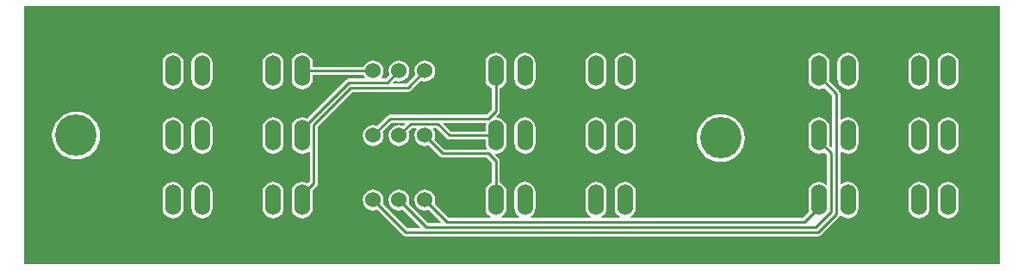
<source format=gtl>
G04 Layer_Physical_Order=1*
G04 Layer_Color=255*
%FSLAX24Y24*%
%MOIN*%
G70*
G01*
G75*
%ADD10C,0.0100*%
%ADD11O,0.0600X0.1200*%
%ADD12C,0.0600*%
%ADD13C,0.1600*%
G36*
X57750Y30000D02*
Y20000D01*
X20000D01*
Y30000D01*
X57750D01*
X57750Y30000D01*
D02*
G37*
%LPC*%
G36*
X29625Y25703D02*
X29521Y25690D01*
X29423Y25649D01*
X29340Y25585D01*
X29276Y25502D01*
X29235Y25404D01*
X29222Y25300D01*
Y24700D01*
X29235Y24596D01*
X29276Y24498D01*
X29340Y24415D01*
X29423Y24351D01*
X29521Y24310D01*
X29625Y24297D01*
X29729Y24310D01*
X29827Y24351D01*
X29910Y24415D01*
X29974Y24498D01*
X30015Y24596D01*
X30028Y24700D01*
Y25300D01*
X30015Y25404D01*
X29974Y25502D01*
X29910Y25585D01*
X29827Y25649D01*
X29729Y25690D01*
X29625Y25703D01*
D02*
G37*
G36*
X26875D02*
X26771Y25690D01*
X26673Y25649D01*
X26590Y25585D01*
X26526Y25502D01*
X26485Y25404D01*
X26472Y25300D01*
Y24700D01*
X26485Y24596D01*
X26526Y24498D01*
X26590Y24415D01*
X26673Y24351D01*
X26771Y24310D01*
X26875Y24297D01*
X26979Y24310D01*
X27077Y24351D01*
X27160Y24415D01*
X27224Y24498D01*
X27265Y24596D01*
X27278Y24700D01*
Y25300D01*
X27265Y25404D01*
X27224Y25502D01*
X27160Y25585D01*
X27077Y25649D01*
X26979Y25690D01*
X26875Y25703D01*
D02*
G37*
G36*
X25750D02*
X25646Y25690D01*
X25548Y25649D01*
X25465Y25585D01*
X25401Y25502D01*
X25360Y25404D01*
X25347Y25300D01*
Y24700D01*
X25360Y24596D01*
X25401Y24498D01*
X25465Y24415D01*
X25548Y24351D01*
X25646Y24310D01*
X25750Y24297D01*
X25854Y24310D01*
X25952Y24351D01*
X26035Y24415D01*
X26099Y24498D01*
X26140Y24596D01*
X26153Y24700D01*
Y25300D01*
X26140Y25404D01*
X26099Y25502D01*
X26035Y25585D01*
X25952Y25649D01*
X25854Y25690D01*
X25750Y25703D01*
D02*
G37*
G36*
X43250D02*
X43146Y25690D01*
X43048Y25649D01*
X42965Y25585D01*
X42901Y25502D01*
X42860Y25404D01*
X42847Y25300D01*
Y24700D01*
X42860Y24596D01*
X42901Y24498D01*
X42965Y24415D01*
X43048Y24351D01*
X43146Y24310D01*
X43250Y24297D01*
X43354Y24310D01*
X43452Y24351D01*
X43535Y24415D01*
X43599Y24498D01*
X43640Y24596D01*
X43653Y24700D01*
Y25300D01*
X43640Y25404D01*
X43599Y25502D01*
X43535Y25585D01*
X43452Y25649D01*
X43354Y25690D01*
X43250Y25703D01*
D02*
G37*
G36*
X42125D02*
X42021Y25690D01*
X41923Y25649D01*
X41840Y25585D01*
X41776Y25502D01*
X41735Y25404D01*
X41722Y25300D01*
Y24700D01*
X41735Y24596D01*
X41776Y24498D01*
X41840Y24415D01*
X41923Y24351D01*
X42021Y24310D01*
X42125Y24297D01*
X42229Y24310D01*
X42327Y24351D01*
X42410Y24415D01*
X42474Y24498D01*
X42515Y24596D01*
X42528Y24700D01*
Y25300D01*
X42515Y25404D01*
X42474Y25502D01*
X42410Y25585D01*
X42327Y25649D01*
X42229Y25690D01*
X42125Y25703D01*
D02*
G37*
G36*
X39375D02*
X39271Y25690D01*
X39173Y25649D01*
X39090Y25585D01*
X39026Y25502D01*
X38985Y25404D01*
X38972Y25300D01*
Y24700D01*
X38985Y24596D01*
X39026Y24498D01*
X39090Y24415D01*
X39173Y24351D01*
X39271Y24310D01*
X39375Y24297D01*
X39479Y24310D01*
X39577Y24351D01*
X39660Y24415D01*
X39724Y24498D01*
X39765Y24596D01*
X39778Y24700D01*
Y25300D01*
X39765Y25404D01*
X39724Y25502D01*
X39660Y25585D01*
X39577Y25649D01*
X39479Y25690D01*
X39375Y25703D01*
D02*
G37*
G36*
X22000Y25929D02*
X21819Y25912D01*
X21644Y25859D01*
X21484Y25773D01*
X21343Y25657D01*
X21227Y25516D01*
X21141Y25356D01*
X21088Y25181D01*
X21071Y25000D01*
X21088Y24819D01*
X21141Y24644D01*
X21227Y24484D01*
X21343Y24343D01*
X21484Y24227D01*
X21644Y24141D01*
X21819Y24088D01*
X22000Y24071D01*
X22181Y24088D01*
X22356Y24141D01*
X22516Y24227D01*
X22657Y24343D01*
X22773Y24484D01*
X22859Y24644D01*
X22912Y24819D01*
X22929Y25000D01*
X22912Y25181D01*
X22859Y25356D01*
X22773Y25516D01*
X22657Y25657D01*
X22516Y25773D01*
X22356Y25859D01*
X22181Y25912D01*
X22000Y25929D01*
D02*
G37*
G36*
X29625Y23203D02*
X29521Y23190D01*
X29423Y23149D01*
X29340Y23085D01*
X29276Y23002D01*
X29235Y22904D01*
X29222Y22800D01*
Y22200D01*
X29235Y22096D01*
X29276Y21998D01*
X29340Y21915D01*
X29423Y21851D01*
X29521Y21810D01*
X29625Y21797D01*
X29729Y21810D01*
X29827Y21851D01*
X29910Y21915D01*
X29974Y21998D01*
X30015Y22096D01*
X30028Y22200D01*
Y22800D01*
X30015Y22904D01*
X29974Y23002D01*
X29910Y23085D01*
X29827Y23149D01*
X29729Y23190D01*
X29625Y23203D01*
D02*
G37*
G36*
X26875D02*
X26771Y23190D01*
X26673Y23149D01*
X26590Y23085D01*
X26526Y23002D01*
X26485Y22904D01*
X26472Y22800D01*
Y22200D01*
X26485Y22096D01*
X26526Y21998D01*
X26590Y21915D01*
X26673Y21851D01*
X26771Y21810D01*
X26875Y21797D01*
X26979Y21810D01*
X27077Y21851D01*
X27160Y21915D01*
X27224Y21998D01*
X27265Y22096D01*
X27278Y22200D01*
Y22800D01*
X27265Y22904D01*
X27224Y23002D01*
X27160Y23085D01*
X27077Y23149D01*
X26979Y23190D01*
X26875Y23203D01*
D02*
G37*
G36*
X25750D02*
X25646Y23190D01*
X25548Y23149D01*
X25465Y23085D01*
X25401Y23002D01*
X25360Y22904D01*
X25347Y22800D01*
Y22200D01*
X25360Y22096D01*
X25401Y21998D01*
X25465Y21915D01*
X25548Y21851D01*
X25646Y21810D01*
X25750Y21797D01*
X25854Y21810D01*
X25952Y21851D01*
X26035Y21915D01*
X26099Y21998D01*
X26140Y22096D01*
X26153Y22200D01*
Y22800D01*
X26140Y22904D01*
X26099Y23002D01*
X26035Y23085D01*
X25952Y23149D01*
X25854Y23190D01*
X25750Y23203D01*
D02*
G37*
G36*
X46950Y25829D02*
X46769Y25812D01*
X46594Y25759D01*
X46434Y25673D01*
X46293Y25557D01*
X46177Y25416D01*
X46091Y25256D01*
X46038Y25081D01*
X46021Y24900D01*
X46038Y24719D01*
X46091Y24544D01*
X46177Y24384D01*
X46293Y24243D01*
X46434Y24127D01*
X46594Y24041D01*
X46769Y23988D01*
X46950Y23971D01*
X47131Y23988D01*
X47306Y24041D01*
X47466Y24127D01*
X47607Y24243D01*
X47723Y24384D01*
X47809Y24544D01*
X47862Y24719D01*
X47879Y24900D01*
X47862Y25081D01*
X47809Y25256D01*
X47723Y25416D01*
X47607Y25557D01*
X47466Y25673D01*
X47306Y25759D01*
X47131Y25812D01*
X46950Y25829D01*
D02*
G37*
G36*
X55750Y23203D02*
X55646Y23190D01*
X55548Y23149D01*
X55465Y23085D01*
X55401Y23002D01*
X55360Y22904D01*
X55347Y22800D01*
Y22200D01*
X55360Y22096D01*
X55401Y21998D01*
X55465Y21915D01*
X55548Y21851D01*
X55646Y21810D01*
X55750Y21797D01*
X55854Y21810D01*
X55952Y21851D01*
X56035Y21915D01*
X56099Y21998D01*
X56140Y22096D01*
X56153Y22200D01*
Y22800D01*
X56140Y22904D01*
X56099Y23002D01*
X56035Y23085D01*
X55952Y23149D01*
X55854Y23190D01*
X55750Y23203D01*
D02*
G37*
G36*
X54625D02*
X54521Y23190D01*
X54423Y23149D01*
X54340Y23085D01*
X54276Y23002D01*
X54235Y22904D01*
X54222Y22800D01*
Y22200D01*
X54235Y22096D01*
X54276Y21998D01*
X54340Y21915D01*
X54423Y21851D01*
X54521Y21810D01*
X54625Y21797D01*
X54729Y21810D01*
X54827Y21851D01*
X54910Y21915D01*
X54974Y21998D01*
X55015Y22096D01*
X55028Y22200D01*
Y22800D01*
X55015Y22904D01*
X54974Y23002D01*
X54910Y23085D01*
X54827Y23149D01*
X54729Y23190D01*
X54625Y23203D01*
D02*
G37*
G36*
Y25703D02*
X54521Y25690D01*
X54423Y25649D01*
X54340Y25585D01*
X54276Y25502D01*
X54235Y25404D01*
X54222Y25300D01*
Y24700D01*
X54235Y24596D01*
X54276Y24498D01*
X54340Y24415D01*
X54423Y24351D01*
X54521Y24310D01*
X54625Y24297D01*
X54729Y24310D01*
X54827Y24351D01*
X54910Y24415D01*
X54974Y24498D01*
X55015Y24596D01*
X55028Y24700D01*
Y25300D01*
X55015Y25404D01*
X54974Y25502D01*
X54910Y25585D01*
X54827Y25649D01*
X54729Y25690D01*
X54625Y25703D01*
D02*
G37*
G36*
X43250Y28203D02*
X43146Y28190D01*
X43048Y28149D01*
X42965Y28085D01*
X42901Y28002D01*
X42860Y27904D01*
X42847Y27800D01*
Y27200D01*
X42860Y27096D01*
X42901Y26998D01*
X42965Y26915D01*
X43048Y26851D01*
X43146Y26810D01*
X43250Y26797D01*
X43354Y26810D01*
X43452Y26851D01*
X43535Y26915D01*
X43599Y26998D01*
X43640Y27096D01*
X43653Y27200D01*
Y27800D01*
X43640Y27904D01*
X43599Y28002D01*
X43535Y28085D01*
X43452Y28149D01*
X43354Y28190D01*
X43250Y28203D01*
D02*
G37*
G36*
X42125D02*
X42021Y28190D01*
X41923Y28149D01*
X41840Y28085D01*
X41776Y28002D01*
X41735Y27904D01*
X41722Y27800D01*
Y27200D01*
X41735Y27096D01*
X41776Y26998D01*
X41840Y26915D01*
X41923Y26851D01*
X42021Y26810D01*
X42125Y26797D01*
X42229Y26810D01*
X42327Y26851D01*
X42410Y26915D01*
X42474Y26998D01*
X42515Y27096D01*
X42528Y27200D01*
Y27800D01*
X42515Y27904D01*
X42474Y28002D01*
X42410Y28085D01*
X42327Y28149D01*
X42229Y28190D01*
X42125Y28203D01*
D02*
G37*
G36*
X39375D02*
X39271Y28190D01*
X39173Y28149D01*
X39090Y28085D01*
X39026Y28002D01*
X38985Y27904D01*
X38972Y27800D01*
Y27200D01*
X38985Y27096D01*
X39026Y26998D01*
X39090Y26915D01*
X39173Y26851D01*
X39271Y26810D01*
X39375Y26797D01*
X39479Y26810D01*
X39577Y26851D01*
X39660Y26915D01*
X39724Y26998D01*
X39765Y27096D01*
X39778Y27200D01*
Y27800D01*
X39765Y27904D01*
X39724Y28002D01*
X39660Y28085D01*
X39577Y28149D01*
X39479Y28190D01*
X39375Y28203D01*
D02*
G37*
G36*
X51875D02*
X51771Y28190D01*
X51673Y28149D01*
X51590Y28085D01*
X51526Y28002D01*
X51485Y27904D01*
X51472Y27800D01*
Y27200D01*
X51485Y27096D01*
X51526Y26998D01*
X51590Y26915D01*
X51673Y26851D01*
X51771Y26810D01*
X51875Y26797D01*
X51979Y26810D01*
X52077Y26851D01*
X52160Y26915D01*
X52224Y26998D01*
X52265Y27096D01*
X52278Y27200D01*
Y27800D01*
X52265Y27904D01*
X52224Y28002D01*
X52160Y28085D01*
X52077Y28149D01*
X51979Y28190D01*
X51875Y28203D01*
D02*
G37*
G36*
X30750D02*
X30646Y28190D01*
X30548Y28149D01*
X30465Y28085D01*
X30401Y28002D01*
X30360Y27904D01*
X30347Y27800D01*
Y27200D01*
X30360Y27096D01*
X30401Y26998D01*
X30465Y26915D01*
X30548Y26851D01*
X30646Y26810D01*
X30750Y26797D01*
X30854Y26810D01*
X30952Y26851D01*
X31035Y26915D01*
X31099Y26998D01*
X31140Y27096D01*
X31153Y27200D01*
Y27347D01*
X33130D01*
X33151Y27298D01*
X33185Y27253D01*
X33161Y27203D01*
X32550D01*
X32501Y27193D01*
X32491Y27191D01*
X32442Y27158D01*
X30939Y25655D01*
X30854Y25690D01*
X30750Y25703D01*
X30646Y25690D01*
X30548Y25649D01*
X30465Y25585D01*
X30401Y25502D01*
X30360Y25404D01*
X30347Y25300D01*
Y24700D01*
X30360Y24596D01*
X30401Y24498D01*
X30465Y24415D01*
X30548Y24351D01*
X30646Y24310D01*
X30750Y24297D01*
X30854Y24310D01*
X30952Y24351D01*
X30997Y24385D01*
X31047Y24361D01*
Y23213D01*
X30969Y23136D01*
X30952Y23149D01*
X30854Y23190D01*
X30750Y23203D01*
X30646Y23190D01*
X30548Y23149D01*
X30465Y23085D01*
X30401Y23002D01*
X30360Y22904D01*
X30347Y22800D01*
Y22200D01*
X30360Y22096D01*
X30401Y21998D01*
X30465Y21915D01*
X30548Y21851D01*
X30646Y21810D01*
X30750Y21797D01*
X30854Y21810D01*
X30952Y21851D01*
X31035Y21915D01*
X31099Y21998D01*
X31140Y22096D01*
X31153Y22200D01*
Y22800D01*
X31143Y22877D01*
X31308Y23042D01*
X31341Y23091D01*
X31353Y23150D01*
Y25354D01*
X32696Y26697D01*
X34850D01*
X34909Y26709D01*
X34958Y26742D01*
X35347Y27130D01*
X35396Y27110D01*
X35500Y27097D01*
X35604Y27110D01*
X35702Y27151D01*
X35785Y27215D01*
X35849Y27298D01*
X35890Y27396D01*
X35903Y27500D01*
X35890Y27604D01*
X35849Y27702D01*
X35785Y27785D01*
X35702Y27849D01*
X35604Y27890D01*
X35500Y27903D01*
X35396Y27890D01*
X35298Y27849D01*
X35215Y27785D01*
X35151Y27702D01*
X35110Y27604D01*
X35097Y27500D01*
X35110Y27396D01*
X35131Y27347D01*
X34787Y27003D01*
X34285D01*
X34265Y27049D01*
X34347Y27130D01*
X34396Y27110D01*
X34500Y27097D01*
X34604Y27110D01*
X34702Y27151D01*
X34785Y27215D01*
X34849Y27298D01*
X34890Y27396D01*
X34903Y27500D01*
X34890Y27604D01*
X34849Y27702D01*
X34785Y27785D01*
X34702Y27849D01*
X34604Y27890D01*
X34500Y27903D01*
X34396Y27890D01*
X34298Y27849D01*
X34215Y27785D01*
X34151Y27702D01*
X34110Y27604D01*
X34097Y27500D01*
X34110Y27396D01*
X34130Y27347D01*
X33987Y27203D01*
X33839D01*
X33815Y27253D01*
X33849Y27298D01*
X33890Y27396D01*
X33903Y27500D01*
X33890Y27604D01*
X33849Y27702D01*
X33785Y27785D01*
X33702Y27849D01*
X33604Y27890D01*
X33500Y27903D01*
X33396Y27890D01*
X33298Y27849D01*
X33215Y27785D01*
X33151Y27702D01*
X33130Y27653D01*
X31153D01*
Y27800D01*
X31140Y27904D01*
X31099Y28002D01*
X31035Y28085D01*
X30952Y28149D01*
X30854Y28190D01*
X30750Y28203D01*
D02*
G37*
G36*
X55750D02*
X55646Y28190D01*
X55548Y28149D01*
X55465Y28085D01*
X55401Y28002D01*
X55360Y27904D01*
X55347Y27800D01*
Y27200D01*
X55360Y27096D01*
X55401Y26998D01*
X55465Y26915D01*
X55548Y26851D01*
X55646Y26810D01*
X55750Y26797D01*
X55854Y26810D01*
X55952Y26851D01*
X56035Y26915D01*
X56099Y26998D01*
X56140Y27096D01*
X56153Y27200D01*
Y27800D01*
X56140Y27904D01*
X56099Y28002D01*
X56035Y28085D01*
X55952Y28149D01*
X55854Y28190D01*
X55750Y28203D01*
D02*
G37*
G36*
X54625D02*
X54521Y28190D01*
X54423Y28149D01*
X54340Y28085D01*
X54276Y28002D01*
X54235Y27904D01*
X54222Y27800D01*
Y27200D01*
X54235Y27096D01*
X54276Y26998D01*
X54340Y26915D01*
X54423Y26851D01*
X54521Y26810D01*
X54625Y26797D01*
X54729Y26810D01*
X54827Y26851D01*
X54910Y26915D01*
X54974Y26998D01*
X55015Y27096D01*
X55028Y27200D01*
Y27800D01*
X55015Y27904D01*
X54974Y28002D01*
X54910Y28085D01*
X54827Y28149D01*
X54729Y28190D01*
X54625Y28203D01*
D02*
G37*
G36*
X55750Y25703D02*
X55646Y25690D01*
X55548Y25649D01*
X55465Y25585D01*
X55401Y25502D01*
X55360Y25404D01*
X55347Y25300D01*
Y24700D01*
X55360Y24596D01*
X55401Y24498D01*
X55465Y24415D01*
X55548Y24351D01*
X55646Y24310D01*
X55750Y24297D01*
X55854Y24310D01*
X55952Y24351D01*
X56035Y24415D01*
X56099Y24498D01*
X56140Y24596D01*
X56153Y24700D01*
Y25300D01*
X56140Y25404D01*
X56099Y25502D01*
X56035Y25585D01*
X55952Y25649D01*
X55854Y25690D01*
X55750Y25703D01*
D02*
G37*
G36*
X50750Y28203D02*
X50646Y28190D01*
X50548Y28149D01*
X50465Y28085D01*
X50401Y28002D01*
X50360Y27904D01*
X50347Y27800D01*
Y27200D01*
X50360Y27096D01*
X50401Y26998D01*
X50465Y26915D01*
X50548Y26851D01*
X50646Y26810D01*
X50750Y26797D01*
X50854Y26810D01*
X50952Y26851D01*
X50969Y26864D01*
X51272Y26562D01*
Y24560D01*
X51226Y24540D01*
X51143Y24623D01*
X51153Y24700D01*
Y25300D01*
X51140Y25404D01*
X51099Y25502D01*
X51035Y25585D01*
X50952Y25649D01*
X50854Y25690D01*
X50750Y25703D01*
X50646Y25690D01*
X50548Y25649D01*
X50465Y25585D01*
X50401Y25502D01*
X50360Y25404D01*
X50347Y25300D01*
Y24700D01*
X50360Y24596D01*
X50401Y24498D01*
X50465Y24415D01*
X50548Y24351D01*
X50646Y24310D01*
X50750Y24297D01*
X50854Y24310D01*
X50952Y24351D01*
X50969Y24364D01*
X51072Y24262D01*
Y23114D01*
X51022Y23095D01*
X50952Y23149D01*
X50854Y23190D01*
X50750Y23203D01*
X50646Y23190D01*
X50548Y23149D01*
X50465Y23085D01*
X50401Y23002D01*
X50360Y22904D01*
X50347Y22800D01*
Y22200D01*
X50360Y22096D01*
X50381Y22047D01*
X50137Y21803D01*
X43480D01*
X43455Y21848D01*
X43455Y21853D01*
X43535Y21915D01*
X43599Y21998D01*
X43640Y22096D01*
X43653Y22200D01*
Y22800D01*
X43640Y22904D01*
X43599Y23002D01*
X43535Y23085D01*
X43452Y23149D01*
X43354Y23190D01*
X43250Y23203D01*
X43146Y23190D01*
X43048Y23149D01*
X42965Y23085D01*
X42901Y23002D01*
X42860Y22904D01*
X42847Y22800D01*
Y22200D01*
X42860Y22096D01*
X42901Y21998D01*
X42965Y21915D01*
X43045Y21853D01*
X43045Y21848D01*
X43020Y21803D01*
X42355D01*
X42330Y21848D01*
X42330Y21853D01*
X42410Y21915D01*
X42474Y21998D01*
X42515Y22096D01*
X42528Y22200D01*
Y22800D01*
X42515Y22904D01*
X42474Y23002D01*
X42410Y23085D01*
X42327Y23149D01*
X42229Y23190D01*
X42125Y23203D01*
X42021Y23190D01*
X41923Y23149D01*
X41840Y23085D01*
X41776Y23002D01*
X41735Y22904D01*
X41722Y22800D01*
Y22200D01*
X41735Y22096D01*
X41776Y21998D01*
X41840Y21915D01*
X41920Y21853D01*
X41920Y21848D01*
X41895Y21803D01*
X39605D01*
X39580Y21848D01*
X39580Y21853D01*
X39660Y21915D01*
X39724Y21998D01*
X39765Y22096D01*
X39778Y22200D01*
Y22800D01*
X39765Y22904D01*
X39724Y23002D01*
X39660Y23085D01*
X39577Y23149D01*
X39479Y23190D01*
X39375Y23203D01*
X39271Y23190D01*
X39173Y23149D01*
X39090Y23085D01*
X39026Y23002D01*
X38985Y22904D01*
X38972Y22800D01*
Y22200D01*
X38985Y22096D01*
X39026Y21998D01*
X39090Y21915D01*
X39170Y21853D01*
X39170Y21848D01*
X39145Y21803D01*
X38480D01*
X38455Y21848D01*
X38455Y21853D01*
X38535Y21915D01*
X38599Y21998D01*
X38640Y22096D01*
X38653Y22200D01*
Y22800D01*
X38640Y22904D01*
X38599Y23002D01*
X38535Y23085D01*
X38452Y23149D01*
X38403Y23170D01*
Y24000D01*
X38391Y24059D01*
X38358Y24108D01*
X38213Y24254D01*
X38235Y24299D01*
X38250Y24297D01*
X38354Y24310D01*
X38452Y24351D01*
X38535Y24415D01*
X38599Y24498D01*
X38640Y24596D01*
X38653Y24700D01*
Y25300D01*
X38640Y25404D01*
X38599Y25502D01*
X38535Y25585D01*
X38452Y25649D01*
X38354Y25690D01*
X38286Y25699D01*
X38268Y25752D01*
X38358Y25842D01*
X38391Y25891D01*
X38403Y25950D01*
Y26830D01*
X38452Y26851D01*
X38535Y26915D01*
X38599Y26998D01*
X38640Y27096D01*
X38653Y27200D01*
Y27800D01*
X38640Y27904D01*
X38599Y28002D01*
X38535Y28085D01*
X38452Y28149D01*
X38354Y28190D01*
X38250Y28203D01*
X38146Y28190D01*
X38048Y28149D01*
X37965Y28085D01*
X37901Y28002D01*
X37860Y27904D01*
X37847Y27800D01*
Y27200D01*
X37860Y27096D01*
X37901Y26998D01*
X37965Y26915D01*
X38048Y26851D01*
X38097Y26830D01*
Y26013D01*
X37887Y25803D01*
X34150D01*
X34091Y25791D01*
X34042Y25758D01*
X33653Y25370D01*
X33604Y25390D01*
X33500Y25403D01*
X33396Y25390D01*
X33298Y25349D01*
X33215Y25285D01*
X33151Y25202D01*
X33110Y25104D01*
X33097Y25000D01*
X33110Y24896D01*
X33151Y24798D01*
X33215Y24715D01*
X33298Y24651D01*
X33396Y24610D01*
X33500Y24597D01*
X33604Y24610D01*
X33702Y24651D01*
X33785Y24715D01*
X33849Y24798D01*
X33890Y24896D01*
X33903Y25000D01*
X33890Y25104D01*
X33870Y25153D01*
X34213Y25497D01*
X34715D01*
X34735Y25451D01*
X34653Y25370D01*
X34604Y25390D01*
X34500Y25403D01*
X34396Y25390D01*
X34298Y25349D01*
X34215Y25285D01*
X34151Y25202D01*
X34110Y25104D01*
X34097Y25000D01*
X34110Y24896D01*
X34151Y24798D01*
X34215Y24715D01*
X34298Y24651D01*
X34396Y24610D01*
X34500Y24597D01*
X34604Y24610D01*
X34702Y24651D01*
X34785Y24715D01*
X34849Y24798D01*
X34890Y24896D01*
X34903Y25000D01*
X34890Y25104D01*
X34869Y25153D01*
X35013Y25297D01*
X35161D01*
X35185Y25247D01*
X35151Y25202D01*
X35110Y25104D01*
X35097Y25000D01*
X35110Y24896D01*
X35151Y24798D01*
X35215Y24715D01*
X35298Y24651D01*
X35396Y24610D01*
X35500Y24597D01*
X35604Y24610D01*
X35653Y24630D01*
X36092Y24192D01*
X36141Y24159D01*
X36151Y24157D01*
X36200Y24147D01*
X37887D01*
X38097Y23937D01*
Y23170D01*
X38048Y23149D01*
X37965Y23085D01*
X37901Y23002D01*
X37860Y22904D01*
X37847Y22800D01*
Y22200D01*
X37860Y22096D01*
X37901Y21998D01*
X37965Y21915D01*
X38045Y21853D01*
X38045Y21848D01*
X38020Y21803D01*
X36413D01*
X35870Y22347D01*
X35890Y22396D01*
X35903Y22500D01*
X35890Y22604D01*
X35849Y22702D01*
X35785Y22785D01*
X35702Y22849D01*
X35604Y22890D01*
X35500Y22903D01*
X35396Y22890D01*
X35298Y22849D01*
X35215Y22785D01*
X35151Y22702D01*
X35110Y22604D01*
X35097Y22500D01*
X35110Y22396D01*
X35151Y22298D01*
X35215Y22215D01*
X35298Y22151D01*
X35396Y22110D01*
X35500Y22097D01*
X35604Y22110D01*
X35653Y22130D01*
X36135Y21649D01*
X36115Y21603D01*
X35613D01*
X34869Y22347D01*
X34890Y22396D01*
X34903Y22500D01*
X34890Y22604D01*
X34849Y22702D01*
X34785Y22785D01*
X34702Y22849D01*
X34604Y22890D01*
X34500Y22903D01*
X34396Y22890D01*
X34298Y22849D01*
X34215Y22785D01*
X34151Y22702D01*
X34110Y22604D01*
X34097Y22500D01*
X34110Y22396D01*
X34151Y22298D01*
X34215Y22215D01*
X34298Y22151D01*
X34396Y22110D01*
X34500Y22097D01*
X34604Y22110D01*
X34653Y22130D01*
X35335Y21449D01*
X35315Y21403D01*
X34813D01*
X33870Y22347D01*
X33890Y22396D01*
X33903Y22500D01*
X33890Y22604D01*
X33849Y22702D01*
X33785Y22785D01*
X33702Y22849D01*
X33604Y22890D01*
X33500Y22903D01*
X33396Y22890D01*
X33298Y22849D01*
X33215Y22785D01*
X33151Y22702D01*
X33110Y22604D01*
X33097Y22500D01*
X33110Y22396D01*
X33151Y22298D01*
X33215Y22215D01*
X33298Y22151D01*
X33396Y22110D01*
X33500Y22097D01*
X33604Y22110D01*
X33653Y22130D01*
X34642Y21142D01*
X34691Y21109D01*
X34750Y21097D01*
X50719D01*
X50778Y21109D01*
X50827Y21142D01*
X51533Y21848D01*
X51556Y21881D01*
X51556Y21881D01*
X51606Y21895D01*
X51617Y21894D01*
X51673Y21851D01*
X51771Y21810D01*
X51875Y21797D01*
X51979Y21810D01*
X52077Y21851D01*
X52160Y21915D01*
X52224Y21998D01*
X52265Y22096D01*
X52278Y22200D01*
Y22800D01*
X52265Y22904D01*
X52224Y23002D01*
X52160Y23085D01*
X52077Y23149D01*
X51979Y23190D01*
X51875Y23203D01*
X51771Y23190D01*
X51673Y23149D01*
X51628Y23115D01*
X51578Y23139D01*
Y24361D01*
X51628Y24385D01*
X51673Y24351D01*
X51771Y24310D01*
X51875Y24297D01*
X51979Y24310D01*
X52077Y24351D01*
X52160Y24415D01*
X52224Y24498D01*
X52265Y24596D01*
X52278Y24700D01*
Y25300D01*
X52265Y25404D01*
X52224Y25502D01*
X52160Y25585D01*
X52077Y25649D01*
X51979Y25690D01*
X51875Y25703D01*
X51771Y25690D01*
X51673Y25649D01*
X51628Y25615D01*
X51578Y25639D01*
Y26625D01*
X51566Y26684D01*
X51533Y26733D01*
X51143Y27123D01*
X51153Y27200D01*
Y27800D01*
X51140Y27904D01*
X51099Y28002D01*
X51035Y28085D01*
X50952Y28149D01*
X50854Y28190D01*
X50750Y28203D01*
D02*
G37*
G36*
X25750D02*
X25646Y28190D01*
X25548Y28149D01*
X25465Y28085D01*
X25401Y28002D01*
X25360Y27904D01*
X25347Y27800D01*
Y27200D01*
X25360Y27096D01*
X25401Y26998D01*
X25465Y26915D01*
X25548Y26851D01*
X25646Y26810D01*
X25750Y26797D01*
X25854Y26810D01*
X25952Y26851D01*
X26035Y26915D01*
X26099Y26998D01*
X26140Y27096D01*
X26153Y27200D01*
Y27800D01*
X26140Y27904D01*
X26099Y28002D01*
X26035Y28085D01*
X25952Y28149D01*
X25854Y28190D01*
X25750Y28203D01*
D02*
G37*
G36*
X29625D02*
X29521Y28190D01*
X29423Y28149D01*
X29340Y28085D01*
X29276Y28002D01*
X29235Y27904D01*
X29222Y27800D01*
Y27200D01*
X29235Y27096D01*
X29276Y26998D01*
X29340Y26915D01*
X29423Y26851D01*
X29521Y26810D01*
X29625Y26797D01*
X29729Y26810D01*
X29827Y26851D01*
X29910Y26915D01*
X29974Y26998D01*
X30015Y27096D01*
X30028Y27200D01*
Y27800D01*
X30015Y27904D01*
X29974Y28002D01*
X29910Y28085D01*
X29827Y28149D01*
X29729Y28190D01*
X29625Y28203D01*
D02*
G37*
G36*
X26875D02*
X26771Y28190D01*
X26673Y28149D01*
X26590Y28085D01*
X26526Y28002D01*
X26485Y27904D01*
X26472Y27800D01*
Y27200D01*
X26485Y27096D01*
X26526Y26998D01*
X26590Y26915D01*
X26673Y26851D01*
X26771Y26810D01*
X26875Y26797D01*
X26979Y26810D01*
X27077Y26851D01*
X27160Y26915D01*
X27224Y26998D01*
X27265Y27096D01*
X27278Y27200D01*
Y27800D01*
X27265Y27904D01*
X27224Y28002D01*
X27160Y28085D01*
X27077Y28149D01*
X26979Y28190D01*
X26875Y28203D01*
D02*
G37*
%LPD*%
G36*
X36342Y24892D02*
X36391Y24859D01*
X36450Y24847D01*
X37847D01*
Y24700D01*
X37860Y24596D01*
X37899Y24503D01*
X37885Y24466D01*
X37879Y24453D01*
X36263D01*
X35870Y24847D01*
X35890Y24896D01*
X35903Y25000D01*
X35890Y25104D01*
X35849Y25202D01*
X35815Y25247D01*
X35839Y25297D01*
X35937D01*
X36342Y24892D01*
D02*
G37*
G36*
X37881Y25455D02*
X37860Y25404D01*
X37847Y25300D01*
Y25153D01*
X36513D01*
X36215Y25451D01*
X36235Y25497D01*
X37854D01*
X37881Y25455D01*
D02*
G37*
D10*
X34750Y21250D02*
X50719D01*
X51425Y21956D02*
Y26625D01*
X50719Y21250D02*
X51425Y21956D01*
X50750Y27300D02*
X51425Y26625D01*
X50750Y24800D02*
X51225Y24325D01*
Y22039D02*
Y24325D01*
X50636Y21450D02*
X51225Y22039D01*
X30750Y27500D02*
X33500D01*
X36350Y21650D02*
X50200D01*
X50750Y22200D01*
X35500Y22500D02*
X36350Y21650D01*
X50750Y22200D02*
Y22500D01*
X34500D02*
X35550Y21450D01*
X50636D01*
X50750Y24800D02*
Y25000D01*
X33500Y22500D02*
X34750Y21250D01*
X50750Y27300D02*
Y27500D01*
X36200Y24300D02*
X37950D01*
X38250Y24000D01*
X35500Y25000D02*
X36200Y24300D01*
X38250Y22500D02*
Y24000D01*
X34500Y25000D02*
X34950Y25450D01*
X36000D01*
X36450Y25000D01*
X38250D01*
X33500D02*
X34150Y25650D01*
X37950D01*
X38250Y25950D01*
Y27500D01*
X30750Y22500D02*
X30850Y22600D01*
Y22800D01*
X31200Y23150D01*
Y25417D01*
X32633Y26850D01*
X34850D01*
X35500Y27500D01*
X30750Y25250D02*
X32550Y27050D01*
X30750Y25000D02*
Y25250D01*
X32550Y27050D02*
X34050D01*
X34500Y27500D01*
D11*
X55750Y22500D02*
D03*
X54625D02*
D03*
X50750D02*
D03*
X51875D02*
D03*
Y25000D02*
D03*
X50750D02*
D03*
X54625D02*
D03*
X55750D02*
D03*
Y27500D02*
D03*
X54625D02*
D03*
X50750D02*
D03*
X51875D02*
D03*
X43250Y22500D02*
D03*
X42125D02*
D03*
X38250D02*
D03*
X39375D02*
D03*
Y25000D02*
D03*
X38250D02*
D03*
X42125D02*
D03*
X43250D02*
D03*
Y27500D02*
D03*
X42125D02*
D03*
X38250D02*
D03*
X39375D02*
D03*
X30750Y22500D02*
D03*
X29625D02*
D03*
X25750D02*
D03*
X26875D02*
D03*
Y25000D02*
D03*
X25750D02*
D03*
X29625D02*
D03*
X30750D02*
D03*
Y27500D02*
D03*
X29625D02*
D03*
X25750D02*
D03*
X26875D02*
D03*
D12*
X35500Y22500D02*
D03*
X33500D02*
D03*
X34500D02*
D03*
X35500Y25000D02*
D03*
X33500D02*
D03*
X34500D02*
D03*
X35500Y27500D02*
D03*
X33500D02*
D03*
X34500D02*
D03*
D13*
X22000Y25000D02*
D03*
X46950Y24900D02*
D03*
M02*

</source>
